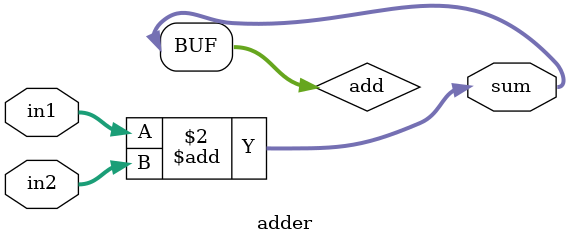
<source format=v>
`timescale 1ns / 1ps


module adder(in1,in2,sum );
input [31:0] in1,in2;
output [31:0] sum;
reg [31:0] add;

always @(in1 or in2) begin
 add = in1 + in2;
end
assign sum = add;
endmodule

</source>
